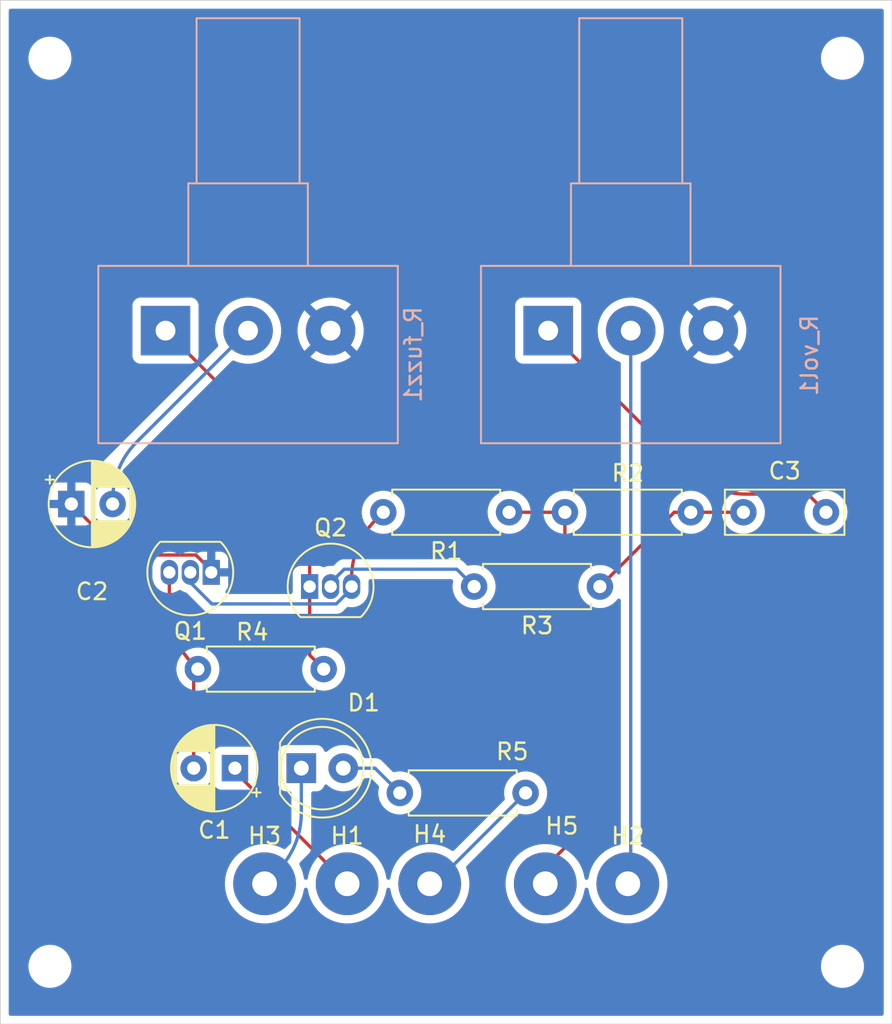
<source format=kicad_pcb>
(kicad_pcb (version 20241229) (generator "pcbnew") (generator_version "9.0")
  (layers (0 "F.Cu" signal) (2 "B.Cu" signal) (13 "F.Paste" user) (15 "B.Paste" user) (5 "F.SilkS" user "F.Silkscreen") (7 "B.SilkS" user "B.Silkscreen") (1 "F.Mask" user) (3 "B.Mask" user) (25 "Edge.Cuts" user))
  (net 0 "")
  (net 1 "GND")
  (net 2 "Net-(Q1-B)")
  (net 3 "Net-(Q1-C)")
  (net 4 "Net-(Q2-C)")
  (net 5 "Net-(Q2-E)")
  (net 6 "Net-(C1-Pad1)")
  (net 7 "Net-(C2-Pad2)")
  (net 8 "Net-(C3-Pad2)")
  (net 9 "Net-(C3-Pad1)")
  (net 10 "Net-(D1-K)")
  (net 11 "Net-(D1-A)")
  (net 12 "Net-(H2-Pad1)")
  (net 13 "Net-(H4-Pad1)")
  (net 14 "Net-(H5-Pad1)")
  (footprint "ANA PARTS:StandardResistorPedal" (layer "F.Cu") (at 158.81 59 180)
    (property "Reference" "R1" (at 3.81 -2.37 0) (layer "F.SilkS"))
    (property "Value" "33k")
    (fp_line (start 7.08 1.37) (end 7.08 1.04) (stroke (width 0.12)) (layer "F.SilkS"))
    (fp_line (start 7.08 -1.37) (end 7.08 -1.04) (stroke (width 0.12)) (layer "F.SilkS"))
    (fp_line (start 0.54 1.37) (end 7.08 1.37) (stroke (width 0.12)) (layer "F.SilkS"))
    (fp_line (start 0.54 1.04) (end 0.54 1.37) (stroke (width 0.12)) (layer "F.SilkS"))
    (fp_line (start 0.54 -1.04) (end 0.54 -1.37) (stroke (width 0.12)) (layer "F.SilkS"))
    (fp_line (start 0.54 -1.37) (end 7.08 -1.37) (stroke (width 0.12)) (layer "F.SilkS"))
    (pad "1" thru_hole circle (at 0 0 180) (size 1.6 1.6) (drill 0.8) (layers "*.Cu" "*.Mask") (net 14 "Net-(H5-Pad1)"))
    (pad "2" thru_hole oval (at 7.62 0 180) (size 1.6 1.6) (drill 0.8) (layers "*.Cu" "*.Mask") (net 3 "Net-(Q1-C)"))
  )
  (footprint "ANA PARTS:StandardUnpolarizedCapacitorPedal" (layer "F.Cu") (at 173 59)
    (property "Reference" "C3" (at 2.5 -2.5 180) (layer "F.SilkS"))
    (property "Value" "0.01uF")
    (fp_line (start -1.12 -1.37) (end -1.12 1.37) (stroke (width 0.12)) (layer "F.SilkS"))
    (fp_line (start -1.12 -1.37) (end 6.12 -1.37) (stroke (width 0.12)) (layer "F.SilkS"))
    (fp_line (start -1.12 1.37) (end 6.12 1.37) (stroke (width 0.12)) (layer "F.SilkS"))
    (fp_line (start 6.12 -1.37) (end 6.12 1.37) (stroke (width 0.12)) (layer "F.SilkS"))
    (pad "1" thru_hole circle (at 0 0) (size 1.6 1.6) (drill 0.8) (layers "*.Cu" "*.Mask") (net 9 "Net-(C3-Pad1)"))
    (pad "2" thru_hole circle (at 5 0) (size 1.6 1.6) (drill 0.8) (layers "*.Cu" "*.Mask") (net 8 "Net-(C3-Pad2)"))
  )
  (footprint "LED_THT:LED_D5.0mm_Clear" (layer "F.Cu") (at 146.225 74.5)
    (property "Reference" "D1" (at 3.775 -3.96 0) (layer "F.SilkS"))
    (property "Value" "LED")
    (fp_line (start -1.29 -1.545) (end -1.29 1.545) (stroke (width 0.12)) (layer "F.SilkS"))
    (fp_arc (start -1.29 -1.54483) (mid 2.071756 -2.880501) (end 4.26 -0.000048) (stroke (width 0.12)) (layer "F.SilkS"))
    (fp_arc (start 4.26 0.000048) (mid 2.071756 2.880501) (end -1.29 1.54483) (stroke (width 0.12)) (layer "F.SilkS"))
    (fp_circle (center 1.27 0) (end 3.77 0) (stroke (width 0.12)) (fill no) (layer "F.SilkS"))
    (pad "1" thru_hole rect (at 0 0) (size 1.8 1.8) (drill 0.9) (layers "*.Cu" "*.Mask") (net 10 "Net-(D1-K)"))
    (pad "2" thru_hole circle (at 2.54 0) (size 1.8 1.8) (drill 0.9) (layers "*.Cu" "*.Mask") (net 11 "Net-(D1-A)"))
  )
  (footprint "ANA PARTS:StandardResistorPedal" (layer "F.Cu") (at 139.96 68.5)
    (property "Reference" "R4" (at 3.29 -2.25 0) (layer "F.SilkS"))
    (property "Value" "100k")
    (fp_line (start 0.54 -1.37) (end 7.08 -1.37) (stroke (width 0.12)) (layer "F.SilkS"))
    (fp_line (start 0.54 -1.04) (end 0.54 -1.37) (stroke (width 0.12)) (layer "F.SilkS"))
    (fp_line (start 0.54 1.04) (end 0.54 1.37) (stroke (width 0.12)) (layer "F.SilkS"))
    (fp_line (start 0.54 1.37) (end 7.08 1.37) (stroke (width 0.12)) (layer "F.SilkS"))
    (fp_line (start 7.08 -1.37) (end 7.08 -1.04) (stroke (width 0.12)) (layer "F.SilkS"))
    (fp_line (start 7.08 1.37) (end 7.08 1.04) (stroke (width 0.12)) (layer "F.SilkS"))
    (pad "1" thru_hole circle (at 0 0) (size 1.6 1.6) (drill 0.8) (layers "*.Cu" "*.Mask") (net 2 "Net-(Q1-B)"))
    (pad "2" thru_hole oval (at 7.62 0) (size 1.6 1.6) (drill 0.8) (layers "*.Cu" "*.Mask") (net 5 "Net-(Q2-E)"))
  )
  (footprint "ANA PARTS:1.5mm_MountingHole" (layer "F.Cu") (at 144 81.5)
    (property "Reference" "H3" (at 0 -2.9 0) (layer "F.SilkS"))
    (property "Value" "SW")
    (pad "1" thru_hole circle (at 0 0) (size 2.6 2.6) (drill 1.5) (layers "*.Cu" "*.Mask") (net 10 "Net-(D1-K)"))
    (pad "1" connect circle (at 0 0) (size 3.8 3.8) (layers "F.Cu" "F.Mask") (net 10 "Net-(D1-K)"))
    (pad "1" connect circle (at 0 0) (size 3.8 3.8) (layers "B.Cu" "B.Mask") (net 10 "Net-(D1-K)"))
  )
  (footprint "ANA PARTS:StandardResistorPedal" (layer "F.Cu") (at 159.81 76 180)
    (property "Reference" "R5" (at 0.81 2.5 0) (layer "F.SilkS"))
    (property "Value" "4.7k")
    (fp_line (start 7.08 1.37) (end 7.08 1.04) (stroke (width 0.12)) (layer "F.SilkS"))
    (fp_line (start 7.08 -1.37) (end 7.08 -1.04) (stroke (width 0.12)) (layer "F.SilkS"))
    (fp_line (start 0.54 1.37) (end 7.08 1.37) (stroke (width 0.12)) (layer "F.SilkS"))
    (fp_line (start 0.54 1.04) (end 0.54 1.37) (stroke (width 0.12)) (layer "F.SilkS"))
    (fp_line (start 0.54 -1.04) (end 0.54 -1.37) (stroke (width 0.12)) (layer "F.SilkS"))
    (fp_line (start 0.54 -1.37) (end 7.08 -1.37) (stroke (width 0.12)) (layer "F.SilkS"))
    (pad "1" thru_hole circle (at 0 0 180) (size 1.6 1.6) (drill 0.8) (layers "*.Cu" "*.Mask") (net 13 "Net-(H4-Pad1)"))
    (pad "2" thru_hole oval (at 7.62 0 180) (size 1.6 1.6) (drill 0.8) (layers "*.Cu" "*.Mask") (net 11 "Net-(D1-A)"))
  )
  (footprint "MountingHole:MountingHole_2.1mm" (layer "F.Cu") (at 179 31.5)
    (property "Reference" "H7" (hide yes))
    (property "Value" "MountingHole" (hide yes))
    (pad "" np_thru_hole circle (at 0 0) (size 2.1 2.1) (drill 2.1) (layers "*.Cu" "*.Mask"))
  )
  (footprint "Package_TO_SOT_THT:TO-92_Inline" (layer "F.Cu") (at 140.77 62.64 180)
    (property "Reference" "Q1" (at 1.27 -3.56 0) (layer "F.SilkS"))
    (property "Value" "2SA1015")
    (fp_line (start -0.53 1.85) (end 3.07 1.85) (stroke (width 0.12)) (layer "F.SilkS"))
    (fp_arc (start 1.27 -2.6) (mid 3.672087 -0.994977) (end 3.108478 1.838478) (stroke (width 0.12)) (layer "F.SilkS"))
    (fp_arc (start -0.568478 1.838478) (mid -1.132087 -0.994977) (end 1.27 -2.6) (stroke (width 0.12)) (layer "F.SilkS"))
    (pad "1" thru_hole rect (at 0 0 180) (size 1.05 1.5) (drill 0.75) (layers "*.Cu" "*.Mask") (net 1 "GND"))
    (pad "2" thru_hole oval (at 1.27 0 180) (size 1.05 1.5) (drill 0.75) (layers "*.Cu" "*.Mask") (net 3 "Net-(Q1-C)"))
    (pad "3" thru_hole oval (at 2.54 0 180) (size 1.05 1.5) (drill 0.75) (layers "*.Cu" "*.Mask") (net 2 "Net-(Q1-B)"))
  )
  (footprint "ANA PARTS:StandardResistorPedal" (layer "F.Cu") (at 162.19 59)
    (property "Reference" "R2" (at 3.81 -2.37 0) (layer "F.SilkS"))
    (property "Value" "470")
    (fp_line (start 0.54 -1.37) (end 7.08 -1.37) (stroke (width 0.12)) (layer "F.SilkS"))
    (fp_line (start 0.54 -1.04) (end 0.54 -1.37) (stroke (width 0.12)) (layer "F.SilkS"))
    (fp_line (start 0.54 1.04) (end 0.54 1.37) (stroke (width 0.12)) (layer "F.SilkS"))
    (fp_line (start 0.54 1.37) (end 7.08 1.37) (stroke (width 0.12)) (layer "F.SilkS"))
    (fp_line (start 7.08 -1.37) (end 7.08 -1.04) (stroke (width 0.12)) (layer "F.SilkS"))
    (fp_line (start 7.08 1.37) (end 7.08 1.04) (stroke (width 0.12)) (layer "F.SilkS"))
    (pad "1" thru_hole circle (at 0 0) (size 1.6 1.6) (drill 0.8) (layers "*.Cu" "*.Mask") (net 14 "Net-(H5-Pad1)"))
    (pad "2" thru_hole oval (at 7.62 0) (size 1.6 1.6) (drill 0.8) (layers "*.Cu" "*.Mask") (net 9 "Net-(C3-Pad1)"))
  )
  (footprint "ANA PARTS:StandardResistorPedal" (layer "F.Cu") (at 164.31 63.5 180)
    (property "Reference" "R3" (at 3.81 -2.37 0) (layer "F.SilkS"))
    (property "Value" "8.2k")
    (fp_line (start 7.08 1.37) (end 7.08 1.04) (stroke (width 0.12)) (layer "F.SilkS"))
    (fp_line (start 7.08 -1.37) (end 7.08 -1.04) (stroke (width 0.12)) (layer "F.SilkS"))
    (fp_line (start 0.54 1.37) (end 7.08 1.37) (stroke (width 0.12)) (layer "F.SilkS"))
    (fp_line (start 0.54 1.04) (end 0.54 1.37) (stroke (width 0.12)) (layer "F.SilkS"))
    (fp_line (start 0.54 -1.04) (end 0.54 -1.37) (stroke (width 0.12)) (layer "F.SilkS"))
    (fp_line (start 0.54 -1.37) (end 7.08 -1.37) (stroke (width 0.12)) (layer "F.SilkS"))
    (pad "1" thru_hole circle (at 0 0 180) (size 1.6 1.6) (drill 0.8) (layers "*.Cu" "*.Mask") (net 9 "Net-(C3-Pad1)"))
    (pad "2" thru_hole oval (at 7.62 0 180) (size 1.6 1.6) (drill 0.8) (layers "*.Cu" "*.Mask") (net 4 "Net-(Q2-C)"))
  )
  (footprint "MountingHole:MountingHole_2.1mm" (layer "F.Cu") (at 179 86.5)
    (property "Reference" "H9" (hide yes))
    (property "Value" "MountingHole" (hide yes))
    (pad "" np_thru_hole circle (at 0 0) (size 2.1 2.1) (drill 2.1) (layers "*.Cu" "*.Mask"))
  )
  (footprint "ANA PARTS:1.5mm_MountingHole" (layer "F.Cu") (at 161 81.5)
    (property "Reference" "H5" (at 1 -3.5 0) (layer "F.SilkS"))
    (property "Value" "-9V")
    (pad "1" thru_hole circle (at 0 0) (size 2.6 2.6) (drill 1.5) (layers "*.Cu" "*.Mask") (net 14 "Net-(H5-Pad1)"))
    (pad "1" connect circle (at 0 0) (size 3.8 3.8) (layers "F.Cu" "F.Mask") (net 14 "Net-(H5-Pad1)"))
    (pad "1" connect circle (at 0 0) (size 3.8 3.8) (layers "B.Cu" "B.Mask") (net 14 "Net-(H5-Pad1)"))
  )
  (footprint "ANA PARTS:1.5mm_MountingHole" (layer "F.Cu") (at 166 81.5)
    (property "Reference" "H2" (at 0 -2.9 0) (layer "F.SilkS"))
    (property "Value" "Output")
    (pad "1" thru_hole circle (at 0 0) (size 2.6 2.6) (drill 1.5) (layers "*.Cu" "*.Mask") (net 12 "Net-(H2-Pad1)"))
    (pad "1" connect circle (at 0 0) (size 3.8 3.8) (layers "F.Cu" "F.Mask") (net 12 "Net-(H2-Pad1)"))
    (pad "1" connect circle (at 0 0) (size 3.8 3.8) (layers "B.Cu" "B.Mask") (net 12 "Net-(H2-Pad1)"))
  )
  (footprint "MountingHole:MountingHole_2.1mm" (layer "F.Cu") (at 131 86.5)
    (property "Reference" "H8" (hide yes))
    (property "Value" "MountingHole" (hide yes))
    (pad "" np_thru_hole circle (at 0 0) (size 2.1 2.1) (drill 2.1) (layers "*.Cu" "*.Mask"))
  )
  (footprint "ANA PARTS:StandardPolarizedCapacitorPedal" (layer "F.Cu") (at 142.205113 74.5 180)
    (property "Reference" "C1" (at 1.25 -3.75 0) (layer "F.SilkS"))
    (property "Value" "2.2uF")
    (fp_line (start 3.851 -0.284) (end 3.851 0.284) (stroke (width 0.12)) (layer "F.SilkS"))
    (fp_line (start 3.811 -0.518) (end 3.811 0.518) (stroke (width 0.12)) (layer "F.SilkS"))
    (fp_line (start 3.771 -0.677) (end 3.771 0.677) (stroke (width 0.12)) (layer "F.SilkS"))
    (fp_line (start 3.731 -0.805) (end 3.731 0.805) (stroke (width 0.12)) (layer "F.SilkS"))
    (fp_line (start 3.691 -0.915) (end 3.691 0.915) (stroke (width 0.12)) (layer "F.SilkS"))
    (fp_line (start 3.651 -1.011) (end 3.651 1.011) (stroke (width 0.12)) (layer "F.SilkS"))
    (fp_line (start 3.611 -1.098) (end 3.611 1.098) (stroke (width 0.12)) (layer "F.SilkS"))
    (fp_line (start 3.571 -1.178) (end 3.571 1.178) (stroke (width 0.12)) (layer "F.SilkS"))
    (fp_line (start 3.531 1.04) (end 3.531 1.251) (stroke (width 0.12)) (layer "F.SilkS"))
    (fp_line (start 3.531 -1.251) (end 3.531 -1.04) (stroke (width 0.12)) (layer "F.SilkS"))
    (fp_line (start 3.491 1.04) (end 3.491 1.319) (stroke (width 0.12)) (layer "F.SilkS"))
    (fp_line (start 3.491 -1.319) (end 3.491 -1.04) (stroke (width 0.12)) (layer "F.SilkS"))
    (fp_line (start 3.451 1.04) (end 3.451 1.383) (stroke (width 0.12)) (layer "F.SilkS"))
    (fp_line (start 3.451 -1.383) (end 3.451 -1.04) (stroke (width 0.12)) (layer "F.SilkS"))
    (fp_line (start 3.411 1.04) (end 3.411 1.443) (stroke (width 0.12)) (layer "F.SilkS"))
    (fp_line (start 3.411 -1.443) (end 3.411 -1.04) (stroke (width 0.12)) (layer "F.SilkS"))
    (fp_line (start 3.371 1.04) (end 3.371 1.5) (stroke (width 0.12)) (layer "F.SilkS"))
    (fp_line (start 3.371 -1.5) (end 3.371 -1.04) (stroke (width 0.12)) (layer "F.SilkS"))
    (fp_line (start 3.331 1.04) (end 3.331 1.554) (stroke (width 0.12)) (layer "F.SilkS"))
    (fp_line (start 3.331 -1.554) (end 3.331 -1.04) (stroke (width 0.12)) (layer "F.SilkS"))
    (fp_line (start 3.291 1.04) (end 3.291 1.605) (stroke (width 0.12)) (layer "F.SilkS"))
    (fp_line (start 3.291 -1.605) (end 3.291 -1.04) (stroke (width 0.12)) (layer "F.SilkS"))
    (fp_line (start 3.251 1.04) (end 3.251 1.653) (stroke (width 0.12)) (layer "F.SilkS"))
    (fp_line (start 3.251 -1.653) (end 3.251 -1.04) (stroke (width 0.12)) (layer "F.SilkS"))
    (fp_line (start 3.211 1.04) (end 3.211 1.699) (stroke (width 0.12)) (layer "F.SilkS"))
    (fp_line (start 3.211 -1.699) (end 3.211 -1.04) (stroke (width 0.12)) (layer "F.SilkS"))
    (fp_line (start 3.171 1.04) (end 3.171 1.743) (stroke (width 0.12)) (layer "F.SilkS"))
    (fp_line (start 3.171 -1.743) (end 3.171 -1.04) (stroke (width 0.12)) (layer "F.SilkS"))
    (fp_line (start 3.131 1.04) (end 3.131 1.785) (stroke (width 0.12)) (layer "F.SilkS"))
    (fp_line (start 3.131 -1.785) (end 3.131 -1.04) (stroke (width 0.12)) (layer "F.SilkS"))
    (fp_line (start 3.091 1.04) (end 3.091 1.826) (stroke (width 0.12)) (layer "F.SilkS"))
    (fp_line (start 3.091 -1.826) (end 3.091 -1.04) (stroke (width 0.12)) (layer "F.SilkS"))
    (fp_line (start 3.051 1.04) (end 3.051 1.864) (stroke (width 0.12)) (layer "F.SilkS"))
    (fp_line (start 3.051 -1.864) (end 3.051 -1.04) (stroke (width 0.12)) (layer "F.SilkS"))
    (fp_line (start 3.011 1.04) (end 3.011 1.901) (stroke (width 0.12)) (layer "F.SilkS"))
    (fp_line (start 3.011 -1.901) (end 3.011 -1.04) (stroke (width 0.12)) (layer "F.SilkS"))
    (fp_line (start 2.971 1.04) (end 2.971 1.937) (stroke (width 0.12)) (layer "F.SilkS"))
    (fp_line (start 2.971 -1.937) (end 2.971 -1.04) (stroke (width 0.12)) (layer "F.SilkS"))
    (fp_line (start 2.931 1.04) (end 2.931 1.971) (stroke (width 0.12)) (layer "F.SilkS"))
    (fp_line (start 2.931 -1.971) (end 2.931 -1.04) (stroke (width 0.12)) (layer "F.SilkS"))
    (fp_line (start 2.891 1.04) (end 2.891 2.004) (stroke (width 0.12)) (layer "F.SilkS"))
    (fp_line (start 2.891 -2.004) (end 2.891 -1.04) (stroke (width 0.12)) (layer "F.SilkS"))
    (fp_line (start 2.851 1.04) (end 2.851 2.035) (stroke (width 0.12)) (layer "F.SilkS"))
    (fp_line (start 2.851 -2.035) (end 2.851 -1.04) (stroke (width 0.12)) (layer "F.SilkS"))
    (fp_line (start 2.811 1.04) (end 2.811 2.065) (stroke (width 0.12)) (layer "F.SilkS"))
    (fp_line (start 2.811 -2.065) (end 2.811 -1.04) (stroke (width 0.12)) (layer "F.SilkS"))
    (fp_line (start 2.771 1.04) (end 2.771 2.095) (stroke (width 0.12)) (layer "F.SilkS"))
    (fp_line (start 2.771 -2.095) (end 2.771 -1.04) (stroke (width 0.12)) (layer "F.SilkS"))
    (fp_line (start 2.731 1.04) (end 2.731 2.122) (stroke (width 0.12)) (layer "F.SilkS"))
    (fp_line (start 2.731 -2.122) (end 2.731 -1.04) (stroke (width 0.12)) (layer "F.SilkS"))
    (fp_line (start 2.691 1.04) (end 2.691 2.149) (stroke (width 0.12)) (layer "F.SilkS"))
    (fp_line (start 2.691 -2.149) (end 2.691 -1.04) (stroke (width 0.12)) (layer "F.SilkS"))
    (fp_line (start 2.651 1.04) (end 2.651 2.175) (stroke (width 0.12)) (layer "F.SilkS"))
    (fp_line (start 2.651 -2.175) (end 2.651 -1.04) (stroke (width 0.12)) (layer "F.SilkS"))
    (fp_line (start 2.611 1.04) (end 2.611 2.2) (stroke (width 0.12)) (layer "F.SilkS"))
    (fp_line (start 2.611 -2.2) (end 2.611 -1.04) (stroke (width 0.12)) (layer "F.SilkS"))
    (fp_line (start 2.571 1.04) (end 2.571 2.224) (stroke (width 0.12)) (layer "F.SilkS"))
    (fp_line (start 2.571 -2.224) (end 2.571 -1.04) (stroke (width 0.12)) (layer "F.SilkS"))
    (fp_line (start 2.531 1.04) (end 2.531 2.247) (stroke (width 0.12)) (layer "F.SilkS"))
    (fp_line (start 2.531 -2.247) (end 2.531 -1.04) (stroke (width 0.12)) (layer "F.SilkS"))
    (fp_line (start 2.491 1.04) (end 2.491 2.268) (stroke (width 0.12)) (layer "F.SilkS"))
    (fp_line (start 2.491 -2.268) (end 2.491 -1.04) (stroke (width 0.12)) (layer "F.SilkS"))
    (fp_line (start 2.451 1.04) (end 2.451 2.29) (stroke (width 0.12)) (layer "F.SilkS"))
    (fp_line (start 2.451 -2.29) (end 2.451 -1.04) (stroke (width 0.12)) (layer "F.SilkS"))
    (fp_line (start 2.411 1.04) (end 2.411 2.31) (stroke (width 0.12)) (layer "F.SilkS"))
    (fp_line (start 2.411 -2.31) (end 2.411 -1.04) (stroke (width 0.12)) (layer "F.SilkS"))
    (fp_line (start 2.371 1.04) (end 2.371 2.329) (stroke (width 0.12)) (layer "F.SilkS"))
    (fp_line (start 2.371 -2.329) (end 2.371 -1.04) (stroke (width 0.12)) (layer "F.SilkS"))
    (fp_line (start 2.331 1.04) (end 2.331 2.348) (stroke (width 0.12)) (layer "F.SilkS"))
    (fp_line (start 2.331 -2.348) (end 2.331 -1.04) (stroke (width 0.12)) (layer "F.SilkS"))
    (fp_line (start 2.291 1.04) (end 2.291 2.365) (stroke (width 0.12)) (layer "F.SilkS"))
    (fp_line (start 2.291 -2.365) (end 2.291 -1.04) (stroke (width 0.12)) (layer "F.SilkS"))
    (fp_line (start 2.251 1.04) (end 2.251 2.382) (stroke (width 0.12)) (layer "F.SilkS"))
    (fp_line (start 2.251 -2.382) (end 2.251 -1.04) (stroke (width 0.12)) (layer "F.SilkS"))
    (fp_line (start 2.211 1.04) (end 2.211 2.398) (stroke (width 0.12)) (layer "F.SilkS"))
    (fp_line (start 2.211 -2.398) (end 2.211 -1.04) (stroke (width 0.12)) (layer "F.SilkS"))
    (fp_line (start 2.171 1.04) (end 2.171 2.414) (stroke (width 0.12)) (layer "F.SilkS"))
    (fp_line (start 2.171 -2.414) (end 2.171 -1.04) (stroke (width 0.12)) (layer "F.SilkS"))
    (fp_line (start 2.131 1.04) (end 2.131 2.428) (stroke (width 0.12)) (layer "F.SilkS"))
    (fp_line (start 2.131 -2.428) (end 2.131 -1.04) (stroke (width 0.12)) (layer "F.SilkS"))
    (fp_line (start 2.091 1.04) (end 2.091 2.442) (stroke (width 0.12)) (layer "F.SilkS"))
    (fp_line (start 2.091 -2.442) (end 2.091 -1.04) (stroke (width 0.12)) (layer "F.SilkS"))
    (fp_line (start 2.051 1.04) (end 2.051 2.455) (stroke (width 0.12)) (layer "F.SilkS"))
    (fp_line (start 2.051 -2.455) (end 2.051 -1.04) (stroke (width 0.12)) (layer "F.SilkS"))
    (fp_line (start 2.011 1.04) (end 2.011 2.468) (stroke (width 0.12)) (layer "F.SilkS"))
    (fp_line (start 2.011 -2.468) (end 2.011 -1.04) (stroke (width 0.12)) (layer "F.SilkS"))
    (fp_line (start 1.971 1.04) (end 1.971 2.48) (stroke (width 0.12)) (layer "F.SilkS"))
    (fp_line (start 1.971 -2.48) (end 1.971 -1.04) (stroke (width 0.12)) (layer "F.SilkS"))
    (fp_line (start 1.93 1.04) (end 1.93 2.491) (stroke (width 0.12)) (layer "F.SilkS"))
    (fp_line (start 1.93 -2.491) (end 1.93 -1.04) (stroke (width 0.12)) (layer "F.SilkS"))
    (fp_line (start 1.89 1.04) (end 1.89 2.501) (stroke (width 0.12)) (layer "F.SilkS"))
    (fp_line (start 1.89 -2.501) (end 1.89 -1.04) (stroke (width 0.12)) (layer "F.SilkS"))
    (fp_line (start 1.85 1.04) (end 1.85 2.511) (stroke (width 0.12)) (layer "F.SilkS"))
    (fp_line (start 1.85 -2.511) (end 1.85 -1.04) (stroke (width 0.12)) (layer "F.SilkS"))
    (fp_line (start 1.81 1.04) (end 1.81 2.52) (stroke (width 0.12)) (layer "F.SilkS"))
    (fp_line (start 1.81 -2.52) (end 1.81 -1.04) (stroke (width 0.12)) (layer "F.SilkS"))
    (fp_line (start 1.77 1.04) (end 1.77 2.528) (stroke (width 0.12)) (layer "F.SilkS"))
    (fp_line (start 1.77 -2.528) (end 1.77 -1.04) (stroke (width 0.12)) (layer "F.SilkS"))
    (fp_line (start 1.73 1.04) (end 1.73 2.536) (stroke (width 0.12)) (layer "F.SilkS"))
    (fp_line (start 1.73 -2.536) (end 1.73 -1.04) (stroke (width 0.12)) (layer "F.SilkS"))
    (fp_line (start 1.69 1.04) (end 1.69 2.543) (stroke (width 0.12)) (layer "F.SilkS"))
    (fp_line (start 1.69 -2.543) (end 1.69 -1.04) (stroke (width 0.12)) (layer "F.SilkS"))
    (fp_line (start 1.65 1.04) (end 1.65 2.55) (stroke (width 0.12)) (layer "F.SilkS"))
    (fp_line (start 1.65 -2.55) (end 1.65 -1.04) (stroke (width 0.12)) (layer "F.SilkS"))
    (fp_line (start 1.61 1.04) (end 1.61 2.556) (stroke (width 0.12)) (layer "F.SilkS"))
    (fp_line (start 1.61 -2.556) (end 1.61 -1.04) (stroke (width 0.12)) (layer "F.SilkS"))
    (fp_line (start 1.57 1.04) (end 1.57 2.561) (stroke (width 0.12)) (layer "F.SilkS"))
    (fp_line (start 1.57 -2.561) (end 1.57 -1.04) (stroke (width 0.12)) (layer "F.SilkS"))
    (fp_line (start 1.53 1.04) (end 1.53 2.565) (stroke (width 0.12)) (layer "F.SilkS"))
    (fp_line (start 1.53 -2.565) (end 1.53 -1.04) (stroke (width 0.12)) (layer "F.SilkS"))
    (fp_line (start 1.49 1.04) (end 1.49 2.569) (stroke (width 0.12)) (layer "F.SilkS"))
    (fp_line (start 1.49 -2.569) (end 1.49 -1.04) (stroke (width 0.12)) (layer "F.SilkS"))
    (fp_line (start 1.45 -2.573) (end 1.45 2.573) (stroke (width 0.12)) (layer "F.SilkS"))
    (fp_line (start 1.41 -2.576) (end 1.41 2.576) (stroke (width 0.12)) (layer "F.SilkS"))
    (fp_line (start 1.37 -2.578) (end 1.37 2.578) (stroke (width 0.12)) (layer "F.SilkS"))
    (fp_line (start 1.33 -2.579) (end 1.33 2.579) (stroke (width 0.12)) (layer "F.SilkS"))
    (fp_line (start 1.29 -2.58) (end 1.29 2.58) (stroke (width 0.12)) (layer "F.SilkS"))
    (fp_line (start 1.25 -2.58) (end 1.25 2.58) (stroke (width 0.12)) (layer "F.SilkS"))
    (fp_line (start -1.304775 -1.725) (end -1.304775 -1.225) (stroke (width 0.12)) (layer "F.SilkS"))
    (fp_line (start -1.554775 -1.475) (end -1.054775 -1.475) (stroke (width 0.12)) (layer "F.SilkS"))
    (fp_circle (center 1.25 0) (end 3.87 0) (stroke (width 0.12)) (fill no) (layer "F.SilkS"))
    (pad "1" thru_hole rect (at 0 0 180) (size 1.6 1.6) (drill 0.8) (layers "*.Cu" "*.Mask") (net 6 "Net-(C1-Pad1)"))
    (pad "2" thru_hole circle (at 2.5 0 180) (size 1.6 1.6) (drill 0.8) (layers "*.Cu" "*.Mask") (net 2 "Net-(Q1-B)"))
  )
  (footprint "MountingHole:MountingHole_2.1mm" (layer "F.Cu") (at 131 31.5)
    (property "Reference" "H6" (hide yes))
    (property "Value" "MountingHole" (hide yes))
    (pad "" np_thru_hole circle (at 0 0) (size 2.1 2.1) (drill 2.1) (layers "*.Cu" "*.Mask"))
  )
  (footprint "ANA PARTS:1.5mm_MountingHole" (layer "F.Cu") (at 149 81.5)
    (property "Reference" "H1" (at 0 -2.9 0) (layer "F.SilkS"))
    (property "Value" "Input")
    (pad "1" thru_hole circle (at 0 0) (size 2.6 2.6) (drill 1.5) (layers "*.Cu" "*.Mask") (net 6 "Net-(C1-Pad1)"))
    (pad "1" connect circle (at 0 0) (size 3.8 3.8) (layers "F.Cu" "F.Mask") (net 6 "Net-(C1-Pad1)"))
    (pad "1" connect circle (at 0 0) (size 3.8 3.8) (layers "B.Cu" "B.Mask") (net 6 "Net-(C1-Pad1)"))
  )
  (footprint "Package_TO_SOT_THT:TO-92_Inline" (layer "F.Cu") (at 146.73 63.5)
    (property "Reference" "Q2" (at 1.27 -3.56 0) (layer "F.SilkS"))
    (property "Value" "2SA1015")
    (fp_line (start -0.53 1.85) (end 3.07 1.85) (stroke (width 0.12)) (layer "F.SilkS"))
    (fp_arc (start -0.568478 1.838478) (mid -1.132087 -0.994977) (end 1.27 -2.6) (stroke (width 0.12)) (layer "F.SilkS"))
    (fp_arc (start 1.27 -2.6) (mid 3.672087 -0.994977) (end 3.108478 1.838478) (stroke (width 0.12)) (layer "F.SilkS"))
    (pad "1" thru_hole rect (at 0 0) (size 1.05 1.5) (drill 0.75) (layers "*.Cu" "*.Mask") (net 5 "Net-(Q2-E)"))
    (pad "2" thru_hole oval (at 1.27 0) (size 1.05 1.5) (drill 0.75) (layers "*.Cu" "*.Mask") (net 4 "Net-(Q2-C)"))
    (pad "3" thru_hole oval (at 2.54 0) (size 1.05 1.5) (drill 0.75) (layers "*.Cu" "*.Mask") (net 3 "Net-(Q1-C)"))
  )
  (footprint "ANA PARTS:1.5mm_MountingHole" (layer "F.Cu") (at 154 81.5)
    (property "Reference" "H4" (at 0 -3 0) (layer "F.SilkS"))
    (property "Value" "+9V")
    (pad "1" thru_hole circle (at 0 0) (size 2.6 2.6) (drill 1.5) (layers "*.Cu" "*.Mask") (net 13 "Net-(H4-Pad1)"))
    (pad "1" connect circle (at 0 0) (size 3.8 3.8) (layers "F.Cu" "F.Mask") (net 13 "Net-(H4-Pad1)"))
    (pad "1" connect circle (at 0 0) (size 3.8 3.8) (layers "B.Cu" "B.Mask") (net 13 "Net-(H4-Pad1)"))
  )
  (footprint "ANA PARTS:StandardPolarizedCapacitorPedal" (layer "F.Cu") (at 132.294888 58.5)
    (property "Reference" "C2" (at 1.25 5.3 180) (layer "F.SilkS"))
    (property "Value" "20uF")
    (fp_line (start -1.554775 -1.475) (end -1.054775 -1.475) (stroke (width 0.12)) (layer "F.SilkS"))
    (fp_line (start -1.304775 -1.725) (end -1.304775 -1.225) (stroke (width 0.12)) (layer "F.SilkS"))
    (fp_line (start 1.25 -2.58) (end 1.25 2.58) (stroke (width 0.12)) (layer "F.SilkS"))
    (fp_line (start 1.29 -2.58) (end 1.29 2.58) (stroke (width 0.12)) (layer "F.SilkS"))
    (fp_line (start 1.33 -2.579) (end 1.33 2.579) (stroke (width 0.12)) (layer "F.SilkS"))
    (fp_line (start 1.37 -2.578) (end 1.37 2.578) (stroke (width 0.12)) (layer "F.SilkS"))
    (fp_line (start 1.41 -2.576) (end 1.41 2.576) (stroke (width 0.12)) (layer "F.SilkS"))
    (fp_line (start 1.45 -2.573) (end 1.45 2.573) (stroke (width 0.12)) (layer "F.SilkS"))
    (fp_line (start 1.49 -2.569) (end 1.49 -1.04) (stroke (width 0.12)) (layer "F.SilkS"))
    (fp_line (start 1.49 1.04) (end 1.49 2.569) (stroke (width 0.12)) (layer "F.SilkS"))
    (fp_line (start 1.53 -2.565) (end 1.53 -1.04) (stroke (width 0.12)) (layer "F.SilkS"))
    (fp_line (start 1.53 1.04) (end 1.53 2.565) (stroke (width 0.12)) (layer "F.SilkS"))
    (fp_line (start 1.57 -2.561) (end 1.57 -1.04) (stroke (width 0.12)) (layer "F.SilkS"))
    (fp_line (start 1.57 1.04) (end 1.57 2.561) (stroke (width 0.12)) (layer "F.SilkS"))
    (fp_line (start 1.61 -2.556) (end 1.61 -1.04) (stroke (width 0.12)) (layer "F.SilkS"))
    (fp_line (start 1.61 1.04) (end 1.61 2.556) (stroke (width 0.12)) (layer "F.SilkS"))
    (fp_line (start 1.65 -2.55) (end 1.65 -1.04) (stroke (width 0.12)) (layer "F.SilkS"))
    (fp_line (start 1.65 1.04) (end 1.65 2.55) (stroke (width 0.12)) (layer "F.SilkS"))
    (fp_line (start 1.69 -2.543) (end 1.69 -1.04) (stroke (width 0.12)) (layer "F.SilkS"))
    (fp_line (start 1.69 1.04) (end 1.69 2.543) (stroke (width 0.12)) (layer "F.SilkS"))
    (fp_line (start 1.73 -2.536) (end 1.73 -1.04) (stroke (width 0.12)) (layer "F.SilkS"))
    (fp_line (start 1.73 1.04) (end 1.73 2.536) (stroke (width 0.12)) (layer "F.SilkS"))
    (fp_line (start 1.77 -2.528) (end 1.77 -1.04) (stroke (width 0.12)) (layer "F.SilkS"))
    (fp_line (start 1.77 1.04) (end 1.77 2.528) (stroke (width 0.12)) (layer "F.SilkS"))
    (fp_line (start 1.81 -2.52) (end 1.81 -1.04) (stroke (width 0.12)) (layer "F.SilkS"))
    (fp_line (start 1.81 1.04) (end 1.81 2.52) (stroke (width 0.12)) (layer "F.SilkS"))
    (fp_line (start 1.85 -2.511) (end 1.85 -1.04) (stroke (width 0.12)) (layer "F.SilkS"))
    (fp_line (start 1.85 1.04) (end 1.85 2.511) (stroke (width 0.12)) (layer "F.SilkS"))
    (fp_line (start 1.89 -2.501) (end 1.89 -1.04) (stroke (width 0.12)) (layer "F.SilkS"))
    (fp_line (start 1.89 1.04) (end 1.89 2.501) (stroke (width 0.12)) (layer "F.SilkS"))
    (fp_line (start 1.93 -2.491) (end 1.93 -1.04) (stroke (width 0.12)) (layer "F.SilkS"))
    (fp_line (start 1.93 1.04) (end 1.93 2.491) (stroke (width 0.12)) (layer "F.SilkS"))
    (fp_line (start 1.971 -2.48) (end 1.971 -1.04) (stroke (width 0.12)) (layer "F.SilkS"))
    (fp_line (start 1.971 1.04) (end 1.971 2.48) (stroke (width 0.12)) (layer "F.SilkS"))
    (fp_line (start 2.011 -2.468) (end 2.011 -1.04) (stroke (width 0.12)) (layer "F.SilkS"))
    (fp_line (start 2.011 1.04) (end 2.011 2.468) (stroke (width 0.12)) (layer "F.SilkS"))
    (fp_line (start 2.051 -2.455) (end 2.051 -1.04) (stroke (width 0.12)) (layer "F.SilkS"))
    (fp_line (start 2.051 1.04) (end 2.051 2.455) (stroke (width 0.12)) (layer "F.SilkS"))
    (fp_line (start 2.091 -2.442) (end 2.091 -1.04) (stroke (width 0.12)) (layer "F.SilkS"))
    (fp_line (start 2.091 1.04) (end 2.091 2.442) (stroke (width 0.12)) (layer "F.SilkS"))
    (fp_line (start 2.131 -2.428) (end 2.131 -1.04) (stroke (width 0.12)) (layer "F.SilkS"))
    (fp_line (start 2.131 1.04) (end 2.131 2.428) (stroke (width 0.12)) (layer "F.SilkS"))
    (fp_line (start 2.171 -2.414) (end 2.171 -1.04) (stroke (width 0.12)) (layer "F.SilkS"))
    (fp_line (start 2.171 1.04) (end 2.171 2.414) (stroke (width 0.12)) (layer "F.SilkS"))
    (fp_line (start 2.211 -2.398) (end 2.211 -1.04) (stroke (width 0.12)) (layer "F.SilkS"))
    (fp_line (start 2.211 1.04) (end 2.211 2.398) (stroke (width 0.12)) (layer "F.SilkS"))
    (fp_line (start 2.251 -2.382) (end 2.251 -1.04) (stroke (width 0.12)) (layer "F.SilkS"))
    (fp_line (start 2.251 1.04) (end 2.251 2.382) (stroke (width 0.12)) (layer "F.SilkS"))
    (fp_line (start 2.291 -2.365) (end 2.291 -1.04) (stroke (width 0.12)) (layer "F.SilkS"))
    (fp_line (start 2.291 1.04) (end 2.291 2.365) (stroke (width 0.12)) (layer "F.SilkS"))
    (fp_line (start 2.331 -2.348) (end 2.331 -1.04) (stroke (width 0.12)) (layer "F.SilkS"))
    (fp_line (start 2.331 1.04) (end 2.331 2.348) (stroke (width 0.12)) (layer "F.SilkS"))
    (fp_line (start 2.371 -2.329) (end 2.371 -1.04) (stroke (width 0.12)) (layer "F.SilkS"))
    (fp_line (start 2.371 1.04) (end 2.371 2.329) (stroke (width 0.12)) (layer "F.SilkS"))
    (fp_line (start 2.411 -2.31) (end 2.411 -1.04) (stroke (width 0.12)) (layer "F.SilkS"))
    (fp_line (start 2.411 1.04) (end 2.411 2.31) (stroke (width 0.12)) (layer "F.SilkS"))
    (fp_line (start 2.451 -2.29) (end 2.451 -1.04) (stroke (width 0.12)) (layer "F.SilkS"))
    (fp_line (start 2.451 1.04) (end 2.451 2.29) (stroke (width 0.12)) (layer "F.SilkS"))
    (fp_line (start 2.491 -2.268) (end 2.491 -1.04) (stroke (width 0.12)) (layer "F.SilkS"))
    (fp_line (start 2.491 1.04) (end 2.491 2.268) (stroke (width 0.12)) (layer "F.SilkS"))
    (fp_line (start 2.531 -2.247) (end 2.531 -1.04) (stroke (width 0.12)) (layer "F.SilkS"))
    (fp_line (start 2.531 1.04) (end 2.531 2.247) (stroke (width 0.12)) (layer "F.SilkS"))
    (fp_line (start 2.571 -2.224) (end 2.571 -1.04) (stroke (width 0.12)) (layer "F.SilkS"))
    (fp_line (start 2.571 1.04) (end 2.571 2.224) (stroke (width 0.12)) (layer "F.SilkS"))
    (fp_line (start 2.611 -2.2) (end 2.611 -1.04) (stroke (width 0.12)) (layer "F.SilkS"))
    (fp_line (start 2.611 1.04) (end 2.611 2.2) (stroke (width 0.12)) (layer "F.SilkS"))
    (fp_line (start 2.651 -2.175) (end 2.651 -1.04) (stroke (width 0.12)) (layer "F.SilkS"))
    (fp_line (start 2.651 1.04) (end 2.651 2.175) (stroke (width 0.12)) (layer "F.SilkS"))
    (fp_line (start 2.691 -2.149) (end 2.691 -1.04) (stroke (width 0.12)) (layer "F.SilkS"))
    (fp_line (start 2.691 1.04) (end 2.691 2.149) (stroke (width 0.12)) (layer "F.SilkS"))
    (fp_line (start 2.731 -2.122) (end 2.731 -1.04) (stroke (width 0.12)) (layer "F.SilkS"))
    (fp_line (start 2.731 1.04) (end 2.731 2.122) (stroke (width 0.12)) (layer "F.SilkS"))
    (fp_line (start 2.771 -2.095) (end 2.771 -1.04) (stroke (width 0.12)) (layer "F.SilkS"))
    (fp_line (start 2.771 1.04) (end 2.771 2.095) (stroke (width 0.12)) (layer "F.SilkS"))
    (fp_line (start 2.811 -2.065) (end 2.811 -1.04) (stroke (width 0.12)) (layer "F.SilkS"))
    (fp_line (start 2.811 1.04) (end 2.811 2.065) (stroke (width 0.12)) (layer "F.SilkS"))
    (fp_line (start 2.851 -2.035) (end 2.851 -1.04) (stroke (width 0.12)) (layer "F.SilkS"))
    (fp_line (start 2.851 1.04) (end 2.851 2.035) (stroke (width 0.12)) (layer "F.SilkS"))
    (fp_line (start 2.891 -2.004) (end 2.891 -1.04) (stroke (width 0.12)) (layer "F.SilkS"))
    (fp_line (start 2.891 1.04) (end 2.891 2.004) (stroke (width 0.12)) (layer "F.SilkS"))
    (fp_line (start 2.931 -1.971) (end 2.931 -1.04) (stroke (width 0.12)) (layer "F.SilkS"))
    (fp_line (start 2.931 1.04) (end 2.931 1.971) (stroke (width 0.12)) (layer "F.SilkS"))
    (fp_line (start 2.971 -1.937) (end 2.971 -1.04) (stroke (width 0.12)) (layer "F.SilkS"))
    (fp_line (start 2.971 1.04) (end 2.971 1.937) (stroke (width 0.12)) (layer "F.SilkS"))
    (fp_line (start 3.011 -1.901) (end 3.011 -1.04) (stroke (width 0.12)) (layer "F.SilkS"))
    (fp_line (start 3.011 1.04) (end 3.011 1.901) (stroke (width 0.12)) (layer "F.SilkS"))
    (fp_line (start 3.051 -1.864) (end 3.051 -1.04) (stroke (width 0.12)) (layer "F.SilkS"))
    (fp_line (start 3.051 1.04) (end 3.051 1.864) (stroke (width 0.12)) (layer "F.SilkS"))
    (fp_line (start 3.091 -1.826) (end 3.091 -1.04) (stroke (width 0.12)) (layer "F.SilkS"))
    (fp_line (start 3.091 1.04) (end 3.091 1.826) (stroke (width 0.12)) (layer "F.SilkS"))
    (fp_line (start 3.131 -1.785) (end 3.131 -1.04) (stroke (width 0.12)) (layer "F.SilkS"))
    (fp_line (start 3.131 1.04) (end 3.131 1.785) (stroke (width 0.12)) (layer "F.SilkS"))
    (fp_line (start 3.171 -1.743) (end 3.171 -1.04) (stroke (width 0.12)) (layer "F.SilkS"))
    (fp_line (start 3.171 1.04) (end 3.171 1.743) (stroke (width 0.12)) (layer "F.SilkS"))
    (fp_line (start 3.211 -1.699) (end 3.211 -1.04) (stroke (width 0.12)) (layer "F.SilkS"))
    (fp_line (start 3.211 1.04) (end 3.211 1.699) (stroke (width 0.12)) (layer "F.SilkS"))
    (fp_line (start 3.251 -1.653) (end 3.251 -1.04) (stroke (width 0.12)) (layer "F.SilkS"))
    (fp_line (start 3.251 1.04) (end 3.251 1.653) (stroke (width 0.12)) (layer "F.SilkS"))
    (fp_line (start 3.291 -1.605) (end 3.291 -1.04) (stroke (width 0.12)) (layer "F.SilkS"))
    (fp_line (start 3.291 1.04) (end 3.291 1.605) (stroke (width 0.12)) (layer "F.SilkS"))
    (fp_line (start 3.331 -1.554) (end 3.331 -1.04) (stroke (width 0.12)) (layer "F.SilkS"))
    (fp_line (start 3.331 1.04) (end 3.331 1.554) (stroke (width 0.12)) (layer "F.SilkS"))
    (fp_line (start 3.371 -1.5) (end 3.371 -1.04) (stroke (width 0.12)) (layer "F.SilkS"))
    (fp_line (start 3.371 1.04) (end 3.371 1.5) (stroke (width 0.12)) (layer "F.SilkS"))
    (fp_line (start 3.411 -1.443) (end 3.411 -1.04) (stroke (width 0.12)) (layer "F.SilkS"))
    (fp_line (start 3.411 1.04) (end 3.411 1.443) (stroke (width 0.12)) (layer "F.SilkS"))
    (fp_line (start 3.451 -1.383) (end 3.451 -1.04) (stroke (width 0.12)) (layer "F.SilkS"))
    (fp_line (start 3.451 1.04) (end 3.451 1.383) (stroke (width 0.12)) (layer "F.SilkS"))
    (fp_line (start 3.491 -1.319) (end 3.491 -1.04) (stroke (width 0.12)) (layer "F.SilkS"))
    (fp_line (start 3.491 1.04) (end 3.491 1.319) (stroke (width 0.12)) (layer "F.SilkS"))
    (fp_line (start 3.531 -1.251) (end 3.531 -1.04) (stroke (width 0.12)) (layer "F.SilkS"))
    (fp_line (start 3.531 1.04) (end 3.531 1.251) (stroke (width 0.12)) (layer "F.SilkS"))
    (fp_line (start 3.571 -1.178) (end 3.571 1.178) (stroke (width 0.12)) (layer "F.SilkS"))
    (fp_line (start 3.611 -1.098) (end 3.611 1.098) (stroke (width 0.12)) (layer "F.SilkS"))
    (fp_line (start 3.651 -1.011) (end 3.651 1.011) (stroke (width 0.12)) (layer "F.SilkS"))
    (fp_line (start 3.691 -0.915) (end 3.691 0.915) (stroke (width 0.12)) (layer "F.SilkS"))
    (fp_line (start 3.731 -0.805) (end 3.731 0.805) (stroke (width 0.12)) (layer "F.SilkS"))
    (fp_line (start 3.771 -0.677) (end 3.771 0.677) (stroke (width 0.12)) (layer "F.SilkS"))
    (fp_line (start 3.811 -0.518) (end 3.811 0.518) (stroke (width 0.12)) (layer "F.SilkS"))
    (fp_line (start 3.851 -0.284) (end 3.851 0.284) (stroke (width 0.12)) (layer "F.SilkS"))
    (fp_circle (center 1.25 0) (end 3.87 0) (stroke (width 0.12)) (fill no) (layer "F.SilkS"))
    (pad "1" thru_hole rect (at 0 0) (size 1.6 1.6) (drill 0.8) (layers "*.Cu" "*.Mask") (net 1 "GND"))
    (pad "2" thru_hole circle (at 2.5 0) (size 1.6 1.6) (drill 0.8) (layers "*.Cu" "*.Mask") (net 7 "Net-(C2-Pad2)"))
  )
  (footprint "ANA PARTS:StandardPot" (layer "B.Cu") (at 161.177525 48 -90)
    (property "Reference" "R_vol1" (at 1.5 -15.822475 90) (layer "B.SilkS") (effects (justify mirror)))
    (property "Value" "500k")
    (fp_line (start 6.82 4.07) (end -3.92 4.07) (stroke (width 0.12)) (layer "B.SilkS"))
    (fp_line (start -3.92 -1.38) (end -8.92 -1.38) (stroke (width 0.12)) (layer "B.SilkS"))
    (fp_line (start -8.92 -1.88) (end -18.92 -1.88) (stroke (width 0.12)) (layer "B.SilkS"))
    (fp_line (start -18.92 -8.12) (end -18.92 -1.88) (stroke (width 0.12)) (layer "B.SilkS"))
    (fp_line (start -8.92 -8.12) (end -18.92 -8.12) (stroke (width 0.12)) (layer "B.SilkS"))
    (fp_line (start -8.92 -8.62) (end -8.92 -1.38) (stroke (width 0.12)) (layer "B.SilkS"))
    (fp_line (start -3.92 -8.62) (end -8.92 -8.62) (stroke (width 0.12)) (layer "B.SilkS"))
    (fp_line (start -3.92 -14.07) (end -3.92 4.07) (stroke (width 0.12)) (layer "B.SilkS"))
    (fp_line (start 6.82 -14.07) (end 6.82 4.07) (stroke (width 0.12)) (layer "B.SilkS"))
    (fp_line (start 6.82 -14.07) (end -3.92 -14.07) (stroke (width 0.12)) (layer "B.SilkS"))
    (pad "1" thru_hole rect (at 0 0 90) (size 3 3) (drill 1.2) (layers "*.Cu" "*.Mask") (net 8 "Net-(C3-Pad2)"))
    (pad "2" thru_hole circle (at 0 -5 90) (size 3 3) (drill 1.2) (layers "*.Cu" "*.Mask") (net 12 "Net-(H2-Pad1)"))
    (pad "3" thru_hole circle (at 0 -10 90) (size 3 3) (drill 1.2) (layers "*.Cu" "*.Mask") (net 1 "GND"))
  )
  (footprint "ANA PARTS:StandardPot" (layer "B.Cu") (at 138 48 -90)
    (property "Reference" "R_fuzz1" (at 1.45 -15 90) (layer "B.SilkS") (effects (justify mirror)))
    (property "Value" "1k")
    (fp_line (start 6.82 4.07) (end -3.92 4.07) (stroke (width 0.12)) (layer "B.SilkS"))
    (fp_line (start -3.92 -1.38) (end -8.92 -1.38) (stroke (width 0.12)) (layer "B.SilkS"))
    (fp_line (start -8.92 -1.88) (end -18.92 -1.88) (stroke (width 0.12)) (layer "B.SilkS"))
    (fp_line (start -18.92 -8.12) (end -18.92 -1.88) (stroke (width 0.12)) (layer "B.SilkS"))
    (fp_line (start -8.92 -8.12) (end -18.92 -8.12) (stroke (width 0.12)) (layer "B.SilkS"))
    (fp_line (start -8.92 -8.62) (end -8.92 -1.38) (stroke (width 0.12)) (layer "B.SilkS"))
    (fp_line (start -3.92 -8.62) (end -8.92 -8.62) (stroke (width 0.12)) (layer "B.SilkS"))
    (fp_line (start -3.92 -14.07) (end -3.92 4.07) (stroke (width 0.12)) (layer "B.SilkS"))
    (fp_line (start 6.82 -14.07) (end 6.82 4.07) (stroke (width 0.12)) (layer "B.SilkS"))
    (fp_line (start 6.82 -14.07) (end -3.92 -14.07) (stroke (width 0.12)) (layer "B.SilkS"))
    (pad "1" thru_hole rect (at 0 0 90) (size 3 3) (drill 1.2) (layers "*.Cu" "*.Mask") (net 5 "Net-(Q2-E)"))
    (pad "2" thru_hole circle (at 0 -5 90) (size 3 3) (drill 1.2) (layers "*.Cu" "*.Mask") (net 7 "Net-(C2-Pad2)"))
    (pad "3" thru_hole circle (at 0 -10 90) (size 3 3) (drill 1.2) (layers "*.Cu" "*.Mask") (net 1 "GND"))
  )
  (gr_rect (start 128 28) (end 182 90) (stroke (width 0.05)) (fill no) (layer "Edge.Cuts"))
  (segment (start 140.77 62.51686) (end 140.77 62.64) (width 0.2) (layer "F.Cu") (net 1))
  (segment (start 140.77 62.64) (end 140.77 62.33495) (width 0.2) (layer "F.Cu") (net 1))
  (segment (start 137.454956 61.589) (end 139.84214 61.589) (width 0.2) (layer "F.Cu") (net 1))
  (segment (start 139.84214 61.589) (end 140.77 62.51686) (width 0.2) (layer "F.Cu") (net 1))
  (segment (start 132.294888 58.5) (end 133.919422 60.124534) (width 0.2) (layer "F.Cu") (net 1))
  (arc (start 133.919422 60.124534) (mid 135.541539 61.208398) (end 137.454956 61.589) (width 0.2) (layer "F.Cu") (net 1))
  (segment (start 139.694466 68.234466) (end 139.96 68.5) (width 0.2) (layer "F.Cu") (net 2))
  (segment (start 138.23 62.64) (end 138.23 64.698932) (width 0.2) (layer "F.Cu") (net 2))
  (segment (start 139.705113 74.5) (end 139.705113 68.754887) (width 0.2) (layer "F.Cu") (net 2))
  (segment (start 139.705113 68.754887) (end 139.96 68.5) (width 0.2) (layer "F.Cu") (net 2))
  (arc (start 139.694466 68.234466) (mid 138.610602 66.612349) (end 138.23 64.698932) (width 0.2) (layer "F.Cu") (net 2))
  (segment (start 149.27 63.5) (end 149.27 62.991068) (width 0.2) (layer "F.Cu") (net 3))
  (segment (start 150.734466 59.455534) (end 151.19 59) (width 0.2) (layer "F.Cu") (net 3))
  (arc (start 149.27 62.991068) (mid 149.650602 61.077651) (end 150.734466 59.455534) (width 0.2) (layer "F.Cu") (net 3))
  (segment (start 149.27 63.5) (end 149.27 63.62314) (width 0.2) (layer "B.Cu") (net 3))
  (segment (start 149.27 63.62314) (end 148.34214 64.551) (width 0.2) (layer "B.Cu") (net 3))
  (segment (start 140.804 64.551) (end 139.5 63.247) (width 0.2) (layer "B.Cu") (net 3))
  (segment (start 148.34214 64.551) (end 140.804 64.551) (width 0.2) (layer "B.Cu") (net 3))
  (segment (start 139.5 63.247) (end 139.5 62.64) (width 0.2) (layer "B.Cu") (net 3))
  (segment (start 156.69 62.94295) (end 156.69 63.5) (width 0.2) (layer "F.Cu") (net 4))
  (segment (start 148 63.275) (end 148 63.5) (width 0.2) (layer "B.Cu") (net 4))
  (segment (start 156.69 63.5) (end 155.639 62.449) (width 0.2) (layer "B.Cu") (net 4))
  (segment (start 155.639 62.449) (end 148.826 62.449) (width 0.2) (layer "B.Cu") (net 4))
  (segment (start 148.826 62.449) (end 148 63.275) (width 0.2) (layer "B.Cu") (net 4))
  (segment (start 146.73 63.5) (end 146.73 58.801068) (width 0.2) (layer "F.Cu") (net 5))
  (segment (start 145.265534 55.265534) (end 138 48) (width 0.2) (layer "F.Cu") (net 5))
  (segment (start 146.73 67.65) (end 146.73 63.5) (width 0.2) (layer "F.Cu") (net 5))
  (segment (start 147.58 68.5) (end 146.73 67.65) (width 0.2) (layer "F.Cu") (net 5))
  (arc (start 145.265534 55.265534) (mid 146.349398 56.887651) (end 146.73 58.801068) (width 0.2) (layer "F.Cu") (net 5))
  (segment (start 142.205113 74.705113) (end 142.205113 74.5) (width 0.2) (layer "F.Cu") (net 6))
  (segment (start 149 81.5) (end 142.205113 74.705113) (width 0.2) (layer "F.Cu") (net 6))
  (segment (start 143 48) (end 136.259354 54.740646) (width 0.2) (layer "B.Cu") (net 7))
  (segment (start 134.794888 58.27618) (end 134.794888 58.5) (width 0.2) (layer "B.Cu") (net 7))
  (arc (start 134.794888 58.27618) (mid 135.17549 56.362763) (end 136.259354 54.740646) (width 0.2) (layer "B.Cu") (net 7))
  (segment (start 176.899 57.899) (end 173.147593 57.899) (width 0.2) (layer "F.Cu") (net 8))
  (segment (start 169.612059 56.434534) (end 161.177525 48) (width 0.2) (layer "F.Cu") (net 8))
  (segment (start 178 59) (end 176.899 57.899) (width 0.2) (layer "F.Cu") (net 8))
  (arc (start 169.612059 56.434534) (mid 171.234176 57.518398) (end 173.147593 57.899) (width 0.2) (layer "F.Cu") (net 8))
  (segment (start 164.31 63.5) (end 168.81 59) (width 0.2) (layer "F.Cu") (net 9))
  (segment (start 169.81 59) (end 173 59) (width 0.2) (layer "F.Cu") (net 9))
  (segment (start 168.81 59) (end 169.81 59) (width 0.2) (layer "F.Cu") (net 9))
  (segment (start 146.225 74.5) (end 146.225 77.203932) (width 0.2) (layer "B.Cu") (net 10))
  (segment (start 144.760534 80.739466) (end 144 81.5) (width 0.2) (layer "B.Cu") (net 10))
  (arc (start 146.225 77.203932) (mid 145.844398 79.117349) (end 144.760534 80.739466) (width 0.2) (layer "B.Cu") (net 10))
  (segment (start 151.989 76.201) (end 152.19 76) (width 0.2) (layer "F.Cu") (net 11))
  (segment (start 148.765 74.5) (end 150.69 74.5) (width 0.2) (layer "B.Cu") (net 11))
  (segment (start 150.69 74.5) (end 152.19 76) (width 0.2) (layer "B.Cu") (net 11))
  (segment (start 166 81.5) (end 166 80.5) (width 0.2) (layer "F.Cu") (net 12))
  (segment (start 166.177525 81.322475) (end 166 81.5) (width 0.2) (layer "B.Cu") (net 12))
  (segment (start 166.177525 48) (end 166.177525 81.322475) (width 0.2) (layer "B.Cu") (net 12))
  (segment (start 154.31 81.5) (end 154 81.5) (width 0.2) (layer "B.Cu") (net 13))
  (segment (start 159.81 76) (end 154.31 81.5) (width 0.2) (layer "B.Cu") (net 13))
  (segment (start 161 81.5) (end 161 80.5) (width 0.2) (layer "F.Cu") (net 14))
  (segment (start 161 80.5) (end 162.19 79.31) (width 0.2) (layer "F.Cu") (net 14))
  (segment (start 162.19 79.31) (end 162.19 59) (width 0.2) (layer "F.Cu") (net 14))
  (segment (start 158.81 59) (end 162.19 59) (width 0.2) (layer "F.Cu") (net 14))
  (zone (net 1) (net_name "GND") (layer "B.Cu") (connect_pads (clearance 0.5)) (min_thickness 0.25) (fill yes (thermal_gap 0.5) (thermal_bridge_width 0.5))
    (polygon (pts (xy 128 28) (xy 182 28) (xy 182 90) (xy 128 90)))
  )
)
</source>
